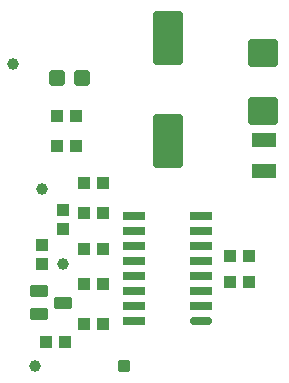
<source format=gtp>
G04*
G04 #@! TF.GenerationSoftware,Altium Limited,Altium Designer,20.1.11 (218)*
G04*
G04 Layer_Color=8421504*
%FSAX25Y25*%
%MOIN*%
G70*
G04*
G04 #@! TF.SameCoordinates,AC60C541-8D92-4DB1-9754-A0BA6A31DCDC*
G04*
G04*
G04 #@! TF.FilePolarity,Positive*
G04*
G01*
G75*
G04:AMPARAMS|DCode=16|XSize=90.55mil|YSize=98.43mil|CornerRadius=6.79mil|HoleSize=0mil|Usage=FLASHONLY|Rotation=90.000|XOffset=0mil|YOffset=0mil|HoleType=Round|Shape=RoundedRectangle|*
%AMROUNDEDRECTD16*
21,1,0.09055,0.08484,0,0,90.0*
21,1,0.07697,0.09843,0,0,90.0*
1,1,0.01358,0.04242,0.03848*
1,1,0.01358,0.04242,-0.03848*
1,1,0.01358,-0.04242,-0.03848*
1,1,0.01358,-0.04242,0.03848*
%
%ADD16ROUNDEDRECTD16*%
G04:AMPARAMS|DCode=17|XSize=43.31mil|YSize=39.37mil|CornerRadius=3.94mil|HoleSize=0mil|Usage=FLASHONLY|Rotation=270.000|XOffset=0mil|YOffset=0mil|HoleType=Round|Shape=RoundedRectangle|*
%AMROUNDEDRECTD17*
21,1,0.04331,0.03150,0,0,270.0*
21,1,0.03543,0.03937,0,0,270.0*
1,1,0.00787,-0.01575,-0.01772*
1,1,0.00787,-0.01575,0.01772*
1,1,0.00787,0.01575,0.01772*
1,1,0.00787,0.01575,-0.01772*
%
%ADD17ROUNDEDRECTD17*%
G04:AMPARAMS|DCode=18|XSize=43.31mil|YSize=39.37mil|CornerRadius=2.95mil|HoleSize=0mil|Usage=FLASHONLY|Rotation=270.000|XOffset=0mil|YOffset=0mil|HoleType=Round|Shape=RoundedRectangle|*
%AMROUNDEDRECTD18*
21,1,0.04331,0.03347,0,0,270.0*
21,1,0.03740,0.03937,0,0,270.0*
1,1,0.00591,-0.01673,-0.01870*
1,1,0.00591,-0.01673,0.01870*
1,1,0.00591,0.01673,0.01870*
1,1,0.00591,0.01673,-0.01870*
%
%ADD18ROUNDEDRECTD18*%
G04:AMPARAMS|DCode=19|XSize=39.37mil|YSize=59.06mil|CornerRadius=3.94mil|HoleSize=0mil|Usage=FLASHONLY|Rotation=270.000|XOffset=0mil|YOffset=0mil|HoleType=Round|Shape=RoundedRectangle|*
%AMROUNDEDRECTD19*
21,1,0.03937,0.05118,0,0,270.0*
21,1,0.03150,0.05906,0,0,270.0*
1,1,0.00787,-0.02559,-0.01575*
1,1,0.00787,-0.02559,0.01575*
1,1,0.00787,0.02559,0.01575*
1,1,0.00787,0.02559,-0.01575*
%
%ADD19ROUNDEDRECTD19*%
%ADD20C,0.03937*%
%ADD21R,0.08000X0.04500*%
G04:AMPARAMS|DCode=22|XSize=43.31mil|YSize=39.37mil|CornerRadius=2.95mil|HoleSize=0mil|Usage=FLASHONLY|Rotation=180.000|XOffset=0mil|YOffset=0mil|HoleType=Round|Shape=RoundedRectangle|*
%AMROUNDEDRECTD22*
21,1,0.04331,0.03347,0,0,180.0*
21,1,0.03740,0.03937,0,0,180.0*
1,1,0.00591,-0.01870,0.01673*
1,1,0.00591,0.01870,0.01673*
1,1,0.00591,0.01870,-0.01673*
1,1,0.00591,-0.01870,-0.01673*
%
%ADD22ROUNDEDRECTD22*%
G04:AMPARAMS|DCode=23|XSize=98.43mil|YSize=177.17mil|CornerRadius=7.38mil|HoleSize=0mil|Usage=FLASHONLY|Rotation=0.000|XOffset=0mil|YOffset=0mil|HoleType=Round|Shape=RoundedRectangle|*
%AMROUNDEDRECTD23*
21,1,0.09843,0.16240,0,0,0.0*
21,1,0.08366,0.17717,0,0,0.0*
1,1,0.01476,0.04183,-0.08120*
1,1,0.01476,-0.04183,-0.08120*
1,1,0.01476,-0.04183,0.08120*
1,1,0.01476,0.04183,0.08120*
%
%ADD23ROUNDEDRECTD23*%
G04:AMPARAMS|DCode=24|XSize=51.18mil|YSize=51.18mil|CornerRadius=5.12mil|HoleSize=0mil|Usage=FLASHONLY|Rotation=0.000|XOffset=0mil|YOffset=0mil|HoleType=Round|Shape=RoundedRectangle|*
%AMROUNDEDRECTD24*
21,1,0.05118,0.04095,0,0,0.0*
21,1,0.04095,0.05118,0,0,0.0*
1,1,0.01024,0.02047,-0.02047*
1,1,0.01024,-0.02047,-0.02047*
1,1,0.01024,-0.02047,0.02047*
1,1,0.01024,0.02047,0.02047*
%
%ADD24ROUNDEDRECTD24*%
G04:AMPARAMS|DCode=25|XSize=39.37mil|YSize=39.37mil|CornerRadius=3.94mil|HoleSize=0mil|Usage=FLASHONLY|Rotation=0.000|XOffset=0mil|YOffset=0mil|HoleType=Round|Shape=RoundedRectangle|*
%AMROUNDEDRECTD25*
21,1,0.03937,0.03150,0,0,0.0*
21,1,0.03150,0.03937,0,0,0.0*
1,1,0.00787,0.01575,-0.01575*
1,1,0.00787,-0.01575,-0.01575*
1,1,0.00787,-0.01575,0.01575*
1,1,0.00787,0.01575,0.01575*
%
%ADD25ROUNDEDRECTD25*%
%ADD26O,0.07480X0.02953*%
G04:AMPARAMS|DCode=27|XSize=29.53mil|YSize=74.8mil|CornerRadius=2.22mil|HoleSize=0mil|Usage=FLASHONLY|Rotation=270.000|XOffset=0mil|YOffset=0mil|HoleType=Round|Shape=RoundedRectangle|*
%AMROUNDEDRECTD27*
21,1,0.02953,0.07037,0,0,270.0*
21,1,0.02510,0.07480,0,0,270.0*
1,1,0.00443,-0.03519,-0.01255*
1,1,0.00443,-0.03519,0.01255*
1,1,0.00443,0.03519,0.01255*
1,1,0.00443,0.03519,-0.01255*
%
%ADD27ROUNDEDRECTD27*%
D16*
X0095750Y0095342D02*
D03*
Y0076051D02*
D03*
D17*
X0084701Y0019000D02*
D03*
X0091000D02*
D03*
X0084701Y0027658D02*
D03*
X0091000D02*
D03*
X0042299Y0029963D02*
D03*
X0036000D02*
D03*
D18*
X0033484Y0074120D02*
D03*
X0027185D02*
D03*
Y0064250D02*
D03*
X0033484D02*
D03*
X0036000Y0005000D02*
D03*
X0042299D02*
D03*
X0036000Y0018342D02*
D03*
X0042299D02*
D03*
X0036000Y0042000D02*
D03*
X0042299D02*
D03*
X0036000Y0052000D02*
D03*
X0042299D02*
D03*
X0023325Y-0000963D02*
D03*
X0029625D02*
D03*
D19*
X0029000Y0012000D02*
D03*
X0021126Y0008260D02*
D03*
Y0015740D02*
D03*
D20*
X0012300Y0091700D02*
D03*
X0022000Y0050000D02*
D03*
X0029000Y0025000D02*
D03*
X0019800Y-0009200D02*
D03*
D21*
X0096000Y0066250D02*
D03*
Y0055750D02*
D03*
D22*
X0029000Y0043000D02*
D03*
Y0036701D02*
D03*
X0022000Y0031299D02*
D03*
Y0025000D02*
D03*
D23*
X0064000Y0100126D02*
D03*
Y0065874D02*
D03*
D24*
X0027106Y0086894D02*
D03*
X0035374D02*
D03*
D25*
X0049336Y-0009200D02*
D03*
D26*
X0074921Y0005842D02*
D03*
D27*
Y0010842D02*
D03*
Y0015842D02*
D03*
Y0020842D02*
D03*
Y0025842D02*
D03*
Y0030842D02*
D03*
Y0035842D02*
D03*
Y0040842D02*
D03*
X0052677Y0005842D02*
D03*
Y0010842D02*
D03*
Y0015842D02*
D03*
Y0020842D02*
D03*
Y0025842D02*
D03*
Y0030842D02*
D03*
Y0035842D02*
D03*
Y0040842D02*
D03*
M02*

</source>
